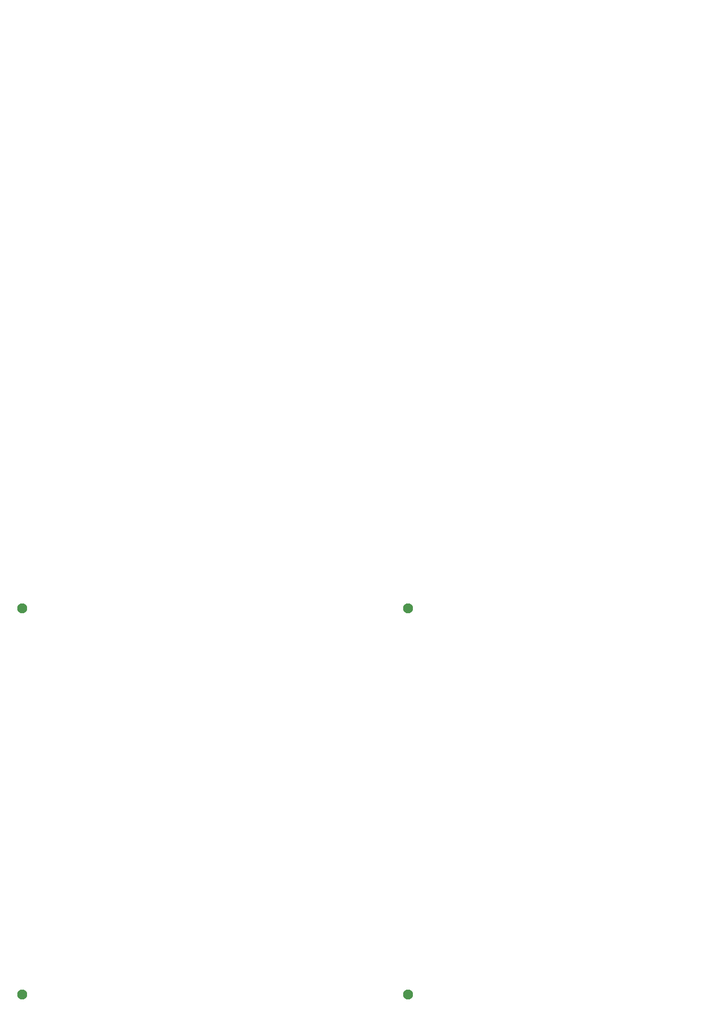
<source format=gbr>
%TF.GenerationSoftware,Altium Limited,Altium Designer,20.1.12 (249)*%
G04 Layer_Physical_Order=1*
G04 Layer_Color=255*
%FSLAX26Y26*%
%MOIN*%
%TF.SameCoordinates,9A69000A-E238-45F2-933B-10B012A913B3*%
%TF.FilePolarity,Positive*%
%TF.FileFunction,Copper,L1,Top,Signal*%
%TF.Part,Single*%
G01*
G75*
%TA.AperFunction,ViaPad*%
%ADD10C,0.082677*%
G36*
X5782598Y8184882D02*
D01*
D02*
G37*
D10*
X176969Y3366218D02*
D03*
Y177242D02*
D03*
X3365945Y3366218D02*
D03*
Y177242D02*
D03*
%TF.MD5,6097f76f48249b610b4d9a6656c29e3d*%
M02*

</source>
